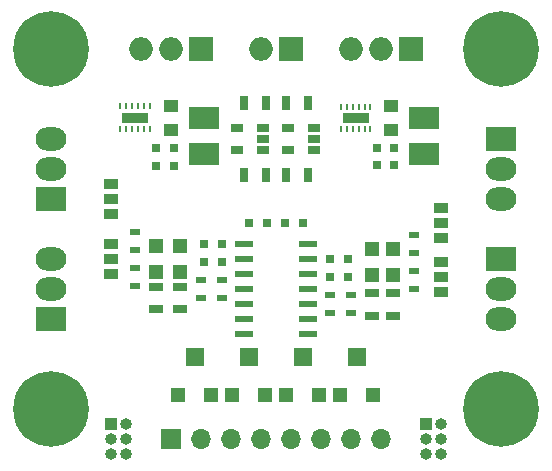
<source format=gbr>
G04 #@! TF.FileFunction,Soldermask,Top*
%FSLAX46Y46*%
G04 Gerber Fmt 4.6, Leading zero omitted, Abs format (unit mm)*
G04 Created by KiCad (PCBNEW 4.0.6+dfsg1-1) date Wed Jun  6 22:51:37 2018*
%MOMM*%
%LPD*%
G01*
G04 APERTURE LIST*
%ADD10C,0.100000*%
%ADD11R,0.800000X0.750000*%
%ADD12R,0.250000X0.500000*%
%ADD13R,2.200000X0.900000*%
%ADD14C,0.400000*%
%ADD15R,1.270000X0.970000*%
%ADD16R,2.600000X2.000000*%
%ADD17O,2.600000X2.000000*%
%ADD18R,1.500000X0.600000*%
%ADD19R,1.060000X0.650000*%
%ADD20R,0.900000X0.500000*%
%ADD21R,1.250000X1.000000*%
%ADD22R,1.200000X1.200000*%
%ADD23R,1.700000X1.700000*%
%ADD24O,1.700000X1.700000*%
%ADD25O,1.998980X1.998980*%
%ADD26R,1.998980X1.998980*%
%ADD27R,0.700000X1.300000*%
%ADD28R,1.300000X0.700000*%
%ADD29R,1.600000X1.500000*%
%ADD30R,2.500000X1.950000*%
%ADD31R,1.000000X1.000000*%
%ADD32O,1.000000X1.000000*%
%ADD33C,6.400000*%
%ADD34C,0.600000*%
G04 APERTURE END LIST*
D10*
D11*
X150646000Y-93980000D03*
X152146000Y-93980000D03*
D12*
X154051000Y-81094500D03*
X153551000Y-81094500D03*
X153051000Y-81094500D03*
X152551000Y-81094500D03*
X152051000Y-81094500D03*
X151551000Y-81094500D03*
X151551000Y-82994500D03*
X152051000Y-82994500D03*
X152551000Y-82994500D03*
X153051000Y-82994500D03*
X153551000Y-82994500D03*
X154051000Y-82994500D03*
D13*
X152801000Y-82044500D03*
D14*
X153551000Y-82044500D03*
X152051000Y-82044500D03*
D15*
X132080000Y-90170000D03*
X132080000Y-88900000D03*
X132080000Y-87630000D03*
D16*
X165100000Y-83820000D03*
D17*
X165100000Y-86360000D03*
X165100000Y-88900000D03*
D16*
X127000000Y-88900000D03*
D17*
X127000000Y-86360000D03*
X127000000Y-83820000D03*
D18*
X143350000Y-92710000D03*
X143350000Y-93980000D03*
X143350000Y-95250000D03*
X143350000Y-96520000D03*
X143350000Y-97790000D03*
X143350000Y-99060000D03*
X143350000Y-100330000D03*
X148750000Y-100330000D03*
X148750000Y-99060000D03*
X148750000Y-97790000D03*
X148750000Y-96520000D03*
X148750000Y-95250000D03*
X148750000Y-93980000D03*
X148750000Y-92710000D03*
D19*
X144991000Y-84770000D03*
X144991000Y-83820000D03*
X144991000Y-82870000D03*
X142791000Y-82870000D03*
X142791000Y-84770000D03*
D20*
X157734000Y-91960000D03*
X157734000Y-93460000D03*
D11*
X146824000Y-90932000D03*
X148324000Y-90932000D03*
X145276000Y-90932000D03*
X143776000Y-90932000D03*
X141466000Y-94234000D03*
X139966000Y-94234000D03*
X141454000Y-92710000D03*
X139954000Y-92710000D03*
X150646000Y-95504000D03*
X152146000Y-95504000D03*
X154571000Y-86042500D03*
X156071000Y-86042500D03*
X135902000Y-86106000D03*
X137402000Y-86106000D03*
X154571000Y-84582000D03*
X156071000Y-84582000D03*
X135902000Y-84582000D03*
X137402000Y-84582000D03*
D21*
X155829000Y-81042000D03*
X155829000Y-83042000D03*
X137160000Y-81058000D03*
X137160000Y-83058000D03*
D22*
X135890000Y-95080000D03*
X135890000Y-92880000D03*
X137922000Y-95080000D03*
X137922000Y-92880000D03*
X155956000Y-95334000D03*
X155956000Y-93134000D03*
X154178000Y-95334000D03*
X154178000Y-93134000D03*
D15*
X132080000Y-95250000D03*
X132080000Y-93980000D03*
X132080000Y-92710000D03*
X160020000Y-92202000D03*
X160020000Y-90932000D03*
X160020000Y-89662000D03*
X160020000Y-94234000D03*
X160020000Y-95504000D03*
X160020000Y-96774000D03*
D23*
X137160000Y-109220000D03*
D24*
X139700000Y-109220000D03*
X142240000Y-109220000D03*
X144780000Y-109220000D03*
X147320000Y-109220000D03*
X149860000Y-109220000D03*
X152400000Y-109220000D03*
X154940000Y-109220000D03*
D25*
X152400000Y-76200000D03*
D26*
X157480000Y-76200000D03*
D25*
X154940000Y-76200000D03*
X144780000Y-76200000D03*
D26*
X147320000Y-76200000D03*
D27*
X146878000Y-86868000D03*
X148778000Y-86868000D03*
X145222000Y-86868000D03*
X143322000Y-86868000D03*
D20*
X141478000Y-95770000D03*
X141478000Y-97270000D03*
X139700000Y-95770000D03*
X139700000Y-97270000D03*
X150622000Y-97040000D03*
X150622000Y-98540000D03*
X152400000Y-97040000D03*
X152400000Y-98540000D03*
D28*
X135890000Y-98232000D03*
X135890000Y-96332000D03*
X137922000Y-98232000D03*
X137922000Y-96332000D03*
X155956000Y-98801000D03*
X155956000Y-96901000D03*
X154178000Y-98806000D03*
X154178000Y-96906000D03*
D20*
X134112000Y-91706000D03*
X134112000Y-93206000D03*
X134112000Y-96254000D03*
X134112000Y-94754000D03*
X157734000Y-96496000D03*
X157734000Y-94996000D03*
D27*
X146878000Y-80772000D03*
X148778000Y-80772000D03*
X145222000Y-80772000D03*
X143322000Y-80772000D03*
D22*
X142364000Y-105506000D03*
X145164000Y-105506000D03*
D29*
X143764000Y-102266000D03*
D22*
X137792000Y-105506000D03*
X140592000Y-105506000D03*
D29*
X139192000Y-102266000D03*
D22*
X146936000Y-105506000D03*
X149736000Y-105506000D03*
D29*
X148336000Y-102266000D03*
D22*
X151508000Y-105506000D03*
X154308000Y-105506000D03*
D29*
X152908000Y-102266000D03*
D12*
X135362000Y-81072000D03*
X134862000Y-81072000D03*
X134362000Y-81072000D03*
X133862000Y-81072000D03*
X133362000Y-81072000D03*
X132862000Y-81072000D03*
X132862000Y-82972000D03*
X133362000Y-82972000D03*
X133862000Y-82972000D03*
X134362000Y-82972000D03*
X134862000Y-82972000D03*
X135362000Y-82972000D03*
D13*
X134112000Y-82022000D03*
D14*
X134862000Y-82022000D03*
X133362000Y-82022000D03*
D19*
X149309000Y-84770000D03*
X149309000Y-83820000D03*
X149309000Y-82870000D03*
X147109000Y-82870000D03*
X147109000Y-84770000D03*
D16*
X127000000Y-99060000D03*
D17*
X127000000Y-96520000D03*
X127000000Y-93980000D03*
D16*
X165100000Y-93980000D03*
D17*
X165100000Y-96520000D03*
X165100000Y-99060000D03*
D30*
X158623000Y-82041000D03*
X158623000Y-85091000D03*
X139954000Y-82041000D03*
X139954000Y-85091000D03*
D31*
X132080000Y-107950000D03*
D32*
X133350000Y-107950000D03*
X132080000Y-109220000D03*
X133350000Y-109220000D03*
X132080000Y-110490000D03*
X133350000Y-110490000D03*
D33*
X165100000Y-106680000D03*
D34*
X167500000Y-106680000D03*
X166797056Y-108377056D03*
X165100000Y-109080000D03*
X163402944Y-108377056D03*
X162700000Y-106680000D03*
X163402944Y-104982944D03*
X165100000Y-104280000D03*
X166797056Y-104982944D03*
D33*
X127000000Y-106680000D03*
D34*
X129400000Y-106680000D03*
X128697056Y-108377056D03*
X127000000Y-109080000D03*
X125302944Y-108377056D03*
X124600000Y-106680000D03*
X125302944Y-104982944D03*
X127000000Y-104280000D03*
X128697056Y-104982944D03*
D33*
X127000000Y-76200000D03*
D34*
X129400000Y-76200000D03*
X128697056Y-77897056D03*
X127000000Y-78600000D03*
X125302944Y-77897056D03*
X124600000Y-76200000D03*
X125302944Y-74502944D03*
X127000000Y-73800000D03*
X128697056Y-74502944D03*
D33*
X165100000Y-76200000D03*
D34*
X167500000Y-76200000D03*
X166797056Y-77897056D03*
X165100000Y-78600000D03*
X163402944Y-77897056D03*
X162700000Y-76200000D03*
X163402944Y-74502944D03*
X165100000Y-73800000D03*
X166797056Y-74502944D03*
D31*
X158750000Y-107950000D03*
D32*
X160020000Y-107950000D03*
X158750000Y-109220000D03*
X160020000Y-109220000D03*
X158750000Y-110490000D03*
X160020000Y-110490000D03*
D25*
X134620000Y-76200000D03*
D26*
X139700000Y-76200000D03*
D25*
X137160000Y-76200000D03*
M02*

</source>
